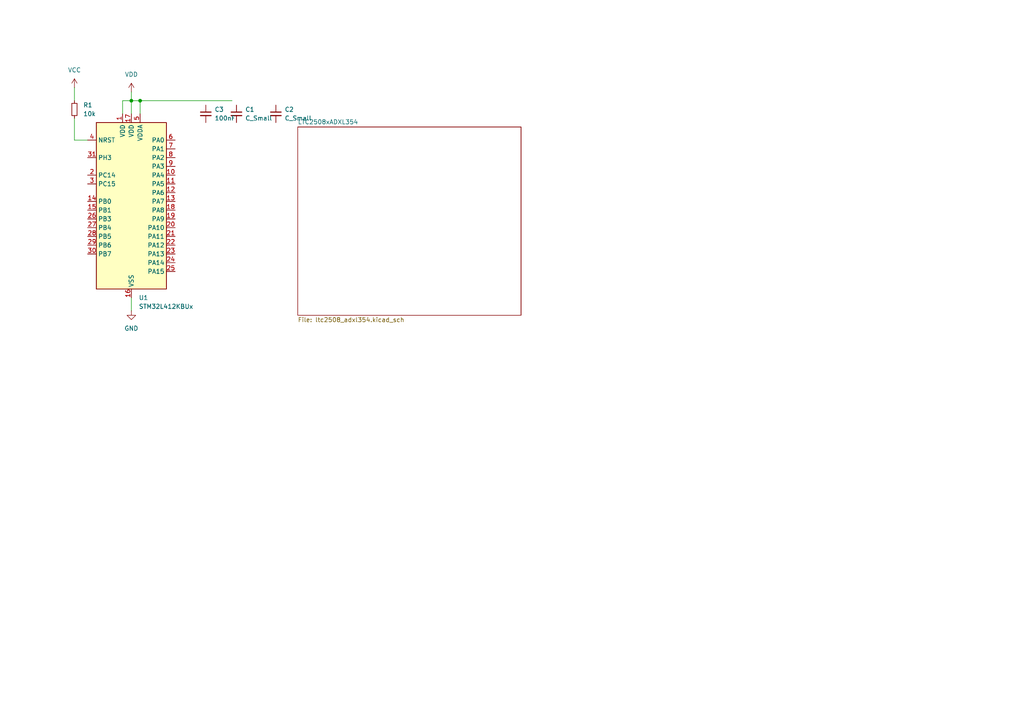
<source format=kicad_sch>
(kicad_sch (version 20250114) (generator "eeschema") (generator_version "9.0")
  (paper "A4")
  (lib_symbols
    (symbol "Device:C_Small" (pin_numbers (hide yes)) (pin_names (offset 0.254) (hide yes))
      (property "Reference" "C" (at 0.254 1.778 0))
      (property "Value" "C_Small" (at 0.254 -2.032 0))
      (symbol "C_Small_0_1"
        (polyline (pts (xy -1.524 0.508) (xy 1.524 0.508)) (stroke (width 0.3048)))
        (polyline (pts (xy -1.524 -0.508) (xy 1.524 -0.508)) (stroke (width 0.3302)))
      )
      (symbol "C_Small_1_1"
        (pin passive line (at 0 2.54 270) (length 2.032) (name "~") (number "1"))
        (pin passive line (at 0 -2.54 90) (length 2.032) (name "~") (number "2"))
      )
    )
    (symbol "Device:R_Small" (pin_numbers (hide yes)) (pin_names (offset 0.254) (hide yes))
      (property "Reference" "R" (at 0.762 0.508 0))
      (property "Value" "R_Small" (at 0.762 -1.016 0))
      (symbol "R_Small_0_1"
        (rectangle (start -0.762 1.778) (end 0.762 -1.778) (stroke (width 0.2032)))
      )
      (symbol "R_Small_1_1"
        (pin passive line (at 0 2.54 270) (length 0.762) (name "~") (number "1"))
        (pin passive line (at 0 -2.54 90) (length 0.762) (name "~") (number "2"))
      )
    )
    (symbol "MCU_ST_STM32L4:STM32L412KBUx"
      (property "Reference" "U" (at -10.16 26.67 0))
      (property "Value" "STM32L412KBUx" (at 5.08 26.67 0))
      (symbol "STM32L412KBUx_0_1"
        (rectangle (start -10.16 -22.86) (end 10.16 25.4) (stroke (width 0.254)) (fill (type background)))
      )
      (symbol "STM32L412KBUx_1_1"
        (pin input line (at -12.7 20.32 0) (length 2.54) (name "NRST") (number "4"))
        (pin bidirectional line (at -12.7 15.24 0) (length 2.54) (name "PH3") (number "31"))
        (pin bidirectional line (at -12.7 10.16 0) (length 2.54) (name "PC14") (number "2"))
        (pin bidirectional line (at -12.7 7.62 0) (length 2.54) (name "PC15") (number "3"))
        (pin bidirectional line (at -12.7 2.54 0) (length 2.54) (name "PB0") (number "14"))
        (pin bidirectional line (at -12.7 0 0) (length 2.54) (name "PB1") (number "15"))
        (pin bidirectional line (at -12.7 -2.54 0) (length 2.54) (name "PB3") (number "26"))
        (pin bidirectional line (at -12.7 -5.08 0) (length 2.54) (name "PB4") (number "27"))
        (pin bidirectional line (at -12.7 -7.62 0) (length 2.54) (name "PB5") (number "28"))
        (pin bidirectional line (at -12.7 -10.16 0) (length 2.54) (name "PB6") (number "29"))
        (pin bidirectional line (at -12.7 -12.7 0) (length 2.54) (name "PB7") (number "30"))
        (pin power_in line (at -2.54 27.94 270) (length 2.54) (name "VDD") (number "1"))
        (pin power_in line (at 0 27.94 270) (length 2.54) (name "VDD") (number "17"))
        (pin power_in line (at 0 -25.4 90) (length 2.54) (name "VSS") (number "16"))
        (pin passive line (at 0 -25.4 90) (length 2.54) (hide yes) (name "VSS") (number "32"))
        (pin passive line (at 0 -25.4 90) (length 2.54) (hide yes) (name "VSS") (number "33"))
        (pin power_in line (at 2.54 27.94 270) (length 2.54) (name "VDDA") (number "5"))
        (pin bidirectional line (at 12.7 20.32 180) (length 2.54) (name "PA0") (number "6"))
        (pin bidirectional line (at 12.7 17.78 180) (length 2.54) (name "PA1") (number "7"))
        (pin bidirectional line (at 12.7 15.24 180) (length 2.54) (name "PA2") (number "8"))
        (pin bidirectional line (at 12.7 12.7 180) (length 2.54) (name "PA3") (number "9"))
        (pin bidirectional line (at 12.7 10.16 180) (length 2.54) (name "PA4") (number "10"))
        (pin bidirectional line (at 12.7 7.62 180) (length 2.54) (name "PA5") (number "11"))
        (pin bidirectional line (at 12.7 5.08 180) (length 2.54) (name "PA6") (number "12"))
        (pin bidirectional line (at 12.7 2.54 180) (length 2.54) (name "PA7") (number "13"))
        (pin bidirectional line (at 12.7 0 180) (length 2.54) (name "PA8") (number "18"))
        (pin bidirectional line (at 12.7 -2.54 180) (length 2.54) (name "PA9") (number "19"))
        (pin bidirectional line (at 12.7 -5.08 180) (length 2.54) (name "PA10") (number "20"))
        (pin bidirectional line (at 12.7 -7.62 180) (length 2.54) (name "PA11") (number "21"))
        (pin bidirectional line (at 12.7 -10.16 180) (length 2.54) (name "PA12") (number "22"))
        (pin bidirectional line (at 12.7 -12.7 180) (length 2.54) (name "PA13") (number "23"))
        (pin bidirectional line (at 12.7 -15.24 180) (length 2.54) (name "PA14") (number "24"))
        (pin bidirectional line (at 12.7 -17.78 180) (length 2.54) (name "PA15") (number "25"))
      )
    )
    (symbol "power:GND" (power) (pin_numbers (hide yes)) (pin_names (offset 0) (hide yes))
      (property "Value" "GND" (at 0 -3.81 0))
      (symbol "GND_0_1"
        (polyline (pts (xy 0 0) (xy 0 -1.27) (xy 1.27 -1.27) (xy 0 -2.54) (xy -1.27 -1.27) (xy 0 -1.27)))
      )
      (symbol "GND_1_1"
        (pin power_in line (at 0 0 270) (length 0) (name "~") (number "1"))
      )
    )
    (symbol "power:VCC" (power) (pin_numbers (hide yes)) (pin_names (offset 0) (hide yes))
      (property "Value" "VCC" (at 0 3.556 0))
      (symbol "VCC_0_1"
        (polyline (pts (xy -0.762 1.27) (xy 0 2.54)))
        (polyline (pts (xy 0 2.54) (xy 0.762 1.27)))
        (polyline (pts (xy 0 0) (xy 0 2.54)))
      )
      (symbol "VCC_1_1"
        (pin power_in line (at 0 0 90) (length 0) (name "~") (number "1"))
      )
    )
    (symbol "power:VDD" (power) (pin_numbers (hide yes)) (pin_names (offset 0) (hide yes))
      (property "Value" "VDD" (at 0 3.556 0))
      (symbol "VDD_0_1"
        (polyline (pts (xy -0.762 1.27) (xy 0 2.54)))
        (polyline (pts (xy 0 2.54) (xy 0.762 1.27)))
        (polyline (pts (xy 0 0) (xy 0 2.54)))
      )
      (symbol "VDD_1_1"
        (pin power_in line (at 0 0 90) (length 0) (name "~") (number "1"))
      )
    )
  )
  (junction (at 40.64 29.21))
  (junction (at 38.1 29.21))
  (wire (pts (xy 40.64 33.02) (xy 40.64 29.21)))
  (wire (pts (xy 38.1 26.67) (xy 38.1 29.21)))
  (wire (pts (xy 38.1 29.21) (xy 35.56 29.21)))
  (wire (pts (xy 38.1 29.21) (xy 40.64 29.21)))
  (wire (pts (xy 40.64 29.21) (xy 67.31 29.21)))
  (wire (pts (xy 25.4 40.64) (xy 21.59 40.64)))
  (wire (pts (xy 38.1 33.02) (xy 38.1 29.21)))
  (wire (pts (xy 21.59 25.4) (xy 21.59 29.21)))
  (wire (pts (xy 21.59 40.64) (xy 21.59 34.29)))
  (wire (pts (xy 35.56 29.21) (xy 35.56 33.02)))
  (wire (pts (xy 38.1 86.36) (xy 38.1 90.17)))
  (symbol (lib_id "Device:R_Small") (at 21.59 31.75 0) (unit 1)
    (property "Reference" "R1" (at 24.13 30.4799 0) (effects (justify left)))
    (property "Value" "10k" (at 24.13 33.0199 0) (effects (justify left)))
    (property "Description" "Resistor, small symbol" (effects (hide yes)))
  )
  (symbol (lib_id "Device:C_Small") (at 80.01 33.02 0) (unit 1)
    (property "Reference" "C2" (at 82.55 31.7562 0) (effects (justify left)))
    (property "Value" "C_Small" (at 82.55 34.2962 0) (effects (justify left)))
    (property "Description" "Unpolarized capacitor, small symbol" (effects (hide yes)))
  )
  (symbol (lib_id "power:VCC") (at 21.59 25.4 0) (unit 1)
    (property "Reference" "#PWR03" (effects (hide yes)))
    (property "Value" "VCC" (at 21.59 20.32 0))
    (property "Description" "Power symbol creates a global label with name \"VCC\"" (effects (hide yes)))
  )
  (symbol (lib_id "Device:C_Small") (at 68.58 33.02 0) (unit 1)
    (property "Reference" "C1" (at 71.12 31.7562 0) (effects (justify left)))
    (property "Value" "C_Small" (at 71.12 34.2962 0) (effects (justify left)))
    (property "Description" "Unpolarized capacitor, small symbol" (effects (hide yes)))
  )
  (symbol (lib_id "MCU_ST_STM32L4:STM32L412KBUx") (at 38.1 60.96 0) (unit 1)
    (property "Reference" "U1" (at 40.2433 86.36 0) (effects (justify left)))
    (property "Value" "STM32L412KBUx" (at 40.2433 88.9 0) (effects (justify left)))
    (property "Footprint" "Package_DFN_QFN:QFN-32-1EP_5x5mm_P0.5mm_EP3.45x3.45mm" (effects (hide yes)))
    (property "Datasheet" "https://www.st.com/resource/en/datasheet/stm32l412kb.pdf" (effects (hide yes)))
    (property "Description" "STMicroelectronics Arm Cortex-M4 MCU, 128KB flash, 40KB RAM, 80 MHz, 1.71-3.6V, 26 GPIO, UFQFPN32" (effects (hide yes)))
  )
  (symbol (lib_id "power:GND") (at 38.1 90.17 0) (unit 1)
    (property "Reference" "#PWR02" (effects (hide yes)))
    (property "Value" "GND" (at 38.1 95.25 0))
    (property "Description" "Power symbol creates a global label with name \"GND\" , ground" (effects (hide yes)))
  )
  (symbol (lib_id "Device:C_Small") (at 59.69 33.02 0) (unit 1)
    (property "Reference" "C3" (at 62.23 31.7562 0) (effects (justify left)))
    (property "Value" "100nF" (at 62.23 34.2962 0) (effects (justify left)))
    (property "Description" "Unpolarized capacitor, small symbol" (effects (hide yes)))
  )
  (symbol (lib_id "power:VDD") (at 38.1 26.67 0) (unit 1)
    (property "Reference" "#PWR01" (effects (hide yes)))
    (property "Value" "VDD" (at 38.1 21.59 0))
    (property "Description" "Power symbol creates a global label with name \"VDD\"" (effects (hide yes)))
  )
  (sheet (at 86.36 36.83) (size 64.77 54.61) (stroke (width 0.1524))
    (property "Sheetname" "LTC2508xADXL354" (at 86.36 36.1184 0) (effects (justify left bottom)))
    (property "Sheetfile" "ltc2508_adxl354.kicad_sch" (at 86.36 92.0246 0) (effects (justify left top)))
  )
)
</source>
